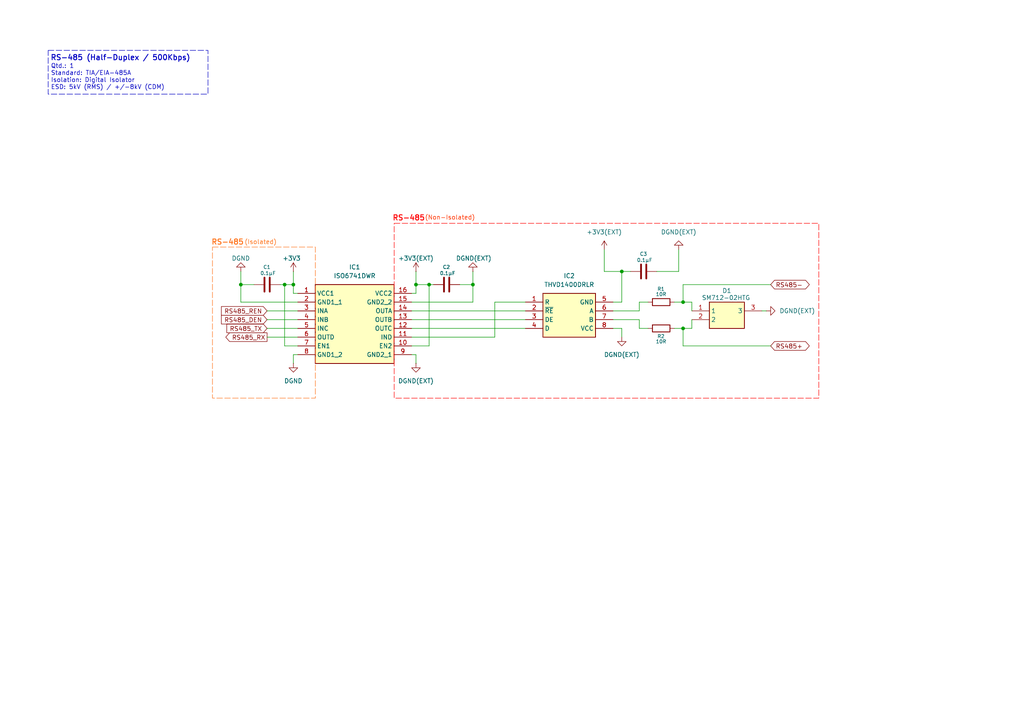
<source format=kicad_sch>
(kicad_sch (version 20231120) (generator "eeschema") (generator_version "8.0")
  (paper "A4")
  (title_block (title "ATL100 (Multiparametric Station)") (date "2024-07-01") (rev "v0.1.0-alpha") (company "AgroTechLab (Laboratório de Desenvolvimento de Tecnologias para o Agrongócio)") (comment 1 "IFSC/Lages (Instituto Federal de Santa Catarina)") (comment 2 "Confidential (access prohibited without signing a non-disclosure agreement)") (comment 3 "Author: Robson Costa (robson.costa@ifsc.edu.br)") (comment 4 "Total Current Supply: 13.9mA (12.1mA + 1.8mA) "))
  (lib_symbols
    (symbol "AgroTechLab:ISO6741DWR"
      (property "Reference" "IC" (at 10.668 7.366 0))
      (property "Value" "ISO6741DWR" (at 10.668 4.826 0))
      (symbol "ISO6741DWR_1_1"
        (rectangle (start 5.08 2.54) (end 27.94 -20.32) (stroke (width 0.254)) (fill (type background)))
        (pin passive line (at 0 0 0) (length 5.08) (name "VCC1") (number "1"))
        (pin passive line (at 33.02 -15.24 180) (length 5.08) (name "EN2") (number "10"))
        (pin passive line (at 33.02 -12.7 180) (length 5.08) (name "IND") (number "11"))
        (pin passive line (at 33.02 -10.16 180) (length 5.08) (name "OUTC") (number "12"))
        (pin passive line (at 33.02 -7.62 180) (length 5.08) (name "OUTB") (number "13"))
        (pin passive line (at 33.02 -5.08 180) (length 5.08) (name "OUTA") (number "14"))
        (pin passive line (at 33.02 -2.54 180) (length 5.08) (name "GND2_2") (number "15"))
        (pin passive line (at 33.02 0 180) (length 5.08) (name "VCC2") (number "16"))
        (pin passive line (at 0 -2.54 0) (length 5.08) (name "GND1_1") (number "2"))
        (pin passive line (at 0 -5.08 0) (length 5.08) (name "INA") (number "3"))
        (pin passive line (at 0 -7.62 0) (length 5.08) (name "INB") (number "4"))
        (pin passive line (at 0 -10.16 0) (length 5.08) (name "INC") (number "5"))
        (pin passive line (at 0 -12.7 0) (length 5.08) (name "OUTD") (number "6"))
        (pin passive line (at 0 -15.24 0) (length 5.08) (name "EN1") (number "7"))
        (pin passive line (at 0 -17.78 0) (length 5.08) (name "GND1_2") (number "8"))
        (pin passive line (at 33.02 -17.78 180) (length 5.08) (name "GND2_1") (number "9"))
      )
    )
    (symbol "AgroTechLab:SM712-02HTG"
      (property "Reference" "D" (at 3.048 7.874 0))
      (property "Value" "SM712-02HTG" (at 3.048 5.334 0))
      (symbol "SM712-02HTG_1_1"
        (rectangle (start 5.08 2.54) (end 15.24 -5.08) (stroke (width 0.254)) (fill (type background)))
        (pin passive line (at 0 0 0) (length 5.08) (name "1") (number "1"))
        (pin passive line (at 0 -2.54 0) (length 5.08) (name "2") (number "2"))
        (pin passive line (at 20.32 0 180) (length 5.08) (name "3") (number "3"))
      )
    )
    (symbol "AgroTechLab:THVD1400DRLR"
      (property "Reference" "IC" (at 21.59 7.62 0))
      (property "Value" "THVD1400DRLR" (at 21.59 5.08 0))
      (symbol "THVD1400DRLR_1_1"
        (rectangle (start 5.08 2.54) (end 20.32 -10.16) (stroke (width 0.254)) (fill (type background)))
        (pin passive line (at 0 0 0) (length 5.08) (name "R") (number "1"))
        (pin passive line (at 0 -2.54 0) (length 5.08) (name "~{RE}") (number "2"))
        (pin passive line (at 0 -5.08 0) (length 5.08) (name "DE") (number "3"))
        (pin passive line (at 0 -7.62 0) (length 5.08) (name "D") (number "4"))
        (pin passive line (at 25.4 0 180) (length 5.08) (name "GND") (number "5"))
        (pin passive line (at 25.4 -2.54 180) (length 5.08) (name "A") (number "6"))
        (pin passive line (at 25.4 -5.08 180) (length 5.08) (name "B") (number "7"))
        (pin passive line (at 25.4 -7.62 180) (length 5.08) (name "VCC") (number "8"))
      )
    )
    (symbol "Device:C" (pin_numbers hide) (pin_names (offset 0.254))
      (property "Reference" "C" (at 0.635 2.54 0))
      (property "Value" "C" (at 0.635 -2.54 0))
      (symbol "C_0_1"
        (polyline (pts (xy -2.032 -0.762) (xy 2.032 -0.762)) (stroke (width 0.508)))
        (polyline (pts (xy -2.032 0.762) (xy 2.032 0.762)) (stroke (width 0.508)))
      )
      (symbol "C_1_1"
        (pin passive line (at 0 3.81 270) (length 2.794) (name "~") (number "1"))
        (pin passive line (at 0 -3.81 90) (length 2.794) (name "~") (number "2"))
      )
    )
    (symbol "Device:R" (pin_numbers hide) (pin_names (offset 0))
      (property "Reference" "R" (at 2.032 0 90))
      (property "Value" "R" (at 0 0 90))
      (symbol "R_0_1"
        (rectangle (start -1.016 -2.54) (end 1.016 2.54) (stroke (width 0.254)))
      )
      (symbol "R_1_1"
        (pin passive line (at 0 3.81 270) (length 1.27) (name "~") (number "1"))
        (pin passive line (at 0 -3.81 90) (length 1.27) (name "~") (number "2"))
      )
    )
    (symbol "power:+3V3" (power) (pin_numbers hide) (pin_names (offset 0) hide)
      (property "Value" "+3V3" (at 0 3.556 0))
      (symbol "+3V3_0_1"
        (polyline (pts (xy -0.762 1.27) (xy 0 2.54)))
        (polyline (pts (xy 0 0) (xy 0 2.54)))
        (polyline (pts (xy 0 2.54) (xy 0.762 1.27)))
      )
      (symbol "+3V3_1_1"
        (pin power_in line (at 0 0 90) (length 0) (name "~") (number "1"))
      )
    )
    (symbol "power:GND" (power) (pin_numbers hide) (pin_names (offset 0) hide)
      (property "Value" "GND" (at 0 -3.81 0))
      (symbol "GND_0_1"
        (polyline (pts (xy 0 0) (xy 0 -1.27) (xy 1.27 -1.27) (xy 0 -2.54) (xy -1.27 -1.27) (xy 0 -1.27)))
      )
      (symbol "GND_1_1"
        (pin power_in line (at 0 0 270) (length 0) (name "~") (number "1"))
      )
    )
  )
  (junction (at 69.85 82.55))
  (junction (at 82.55 82.55))
  (junction (at 85.09 82.55))
  (junction (at 180.34 78.74))
  (junction (at 198.12 95.25))
  (junction (at 120.65 82.55))
  (junction (at 124.46 82.55))
  (junction (at 137.16 82.55))
  (junction (at 198.12 87.63))
  (wire (pts (xy 133.35 82.55) (xy 137.16 82.55)))
  (wire (pts (xy 137.16 87.63) (xy 137.16 82.55)))
  (wire (pts (xy 119.38 87.63) (xy 137.16 87.63)))
  (wire (pts (xy 177.8 95.25) (xy 180.34 95.25)))
  (wire (pts (xy 77.47 92.71) (xy 86.36 92.71)))
  (wire (pts (xy 220.98 90.17) (xy 222.25 90.17)))
  (wire (pts (xy 69.85 82.55) (xy 73.66 82.55)))
  (wire (pts (xy 180.34 78.74) (xy 180.34 87.63)))
  (wire (pts (xy 180.34 95.25) (xy 180.34 97.79)))
  (wire (pts (xy 119.38 100.33) (xy 124.46 100.33)))
  (wire (pts (xy 124.46 82.55) (xy 125.73 82.55)))
  (wire (pts (xy 198.12 82.55) (xy 223.52 82.55)))
  (wire (pts (xy 86.36 102.87) (xy 85.09 102.87)))
  (wire (pts (xy 196.85 78.74) (xy 190.5 78.74)))
  (wire (pts (xy 119.38 85.09) (xy 120.65 85.09)))
  (wire (pts (xy 120.65 102.87) (xy 120.65 105.41)))
  (wire (pts (xy 177.8 90.17) (xy 185.42 90.17)))
  (wire (pts (xy 85.09 85.09) (xy 85.09 82.55)))
  (wire (pts (xy 198.12 95.25) (xy 200.66 95.25)))
  (wire (pts (xy 86.36 87.63) (xy 69.85 87.63)))
  (wire (pts (xy 198.12 95.25) (xy 195.58 95.25)))
  (wire (pts (xy 119.38 97.79) (xy 143.51 97.79)))
  (wire (pts (xy 77.47 90.17) (xy 86.36 90.17)))
  (wire (pts (xy 119.38 95.25) (xy 152.4 95.25)))
  (wire (pts (xy 119.38 102.87) (xy 120.65 102.87)))
  (wire (pts (xy 120.65 82.55) (xy 124.46 82.55)))
  (wire (pts (xy 86.36 100.33) (xy 82.55 100.33)))
  (wire (pts (xy 175.26 72.39) (xy 175.26 78.74)))
  (wire (pts (xy 143.51 87.63) (xy 152.4 87.63)))
  (wire (pts (xy 198.12 100.33) (xy 198.12 95.25)))
  (wire (pts (xy 177.8 92.71) (xy 185.42 92.71)))
  (wire (pts (xy 198.12 82.55) (xy 198.12 87.63)))
  (wire (pts (xy 69.85 87.63) (xy 69.85 82.55)))
  (wire (pts (xy 200.66 87.63) (xy 200.66 90.17)))
  (wire (pts (xy 120.65 82.55) (xy 120.65 78.74)))
  (wire (pts (xy 82.55 82.55) (xy 85.09 82.55)))
  (wire (pts (xy 175.26 78.74) (xy 180.34 78.74)))
  (wire (pts (xy 185.42 95.25) (xy 187.96 95.25)))
  (wire (pts (xy 198.12 100.33) (xy 223.52 100.33)))
  (wire (pts (xy 196.85 72.39) (xy 196.85 78.74)))
  (wire (pts (xy 137.16 82.55) (xy 137.16 78.74)))
  (wire (pts (xy 185.42 92.71) (xy 185.42 95.25)))
  (wire (pts (xy 119.38 90.17) (xy 152.4 90.17)))
  (wire (pts (xy 143.51 87.63) (xy 143.51 97.79)))
  (wire (pts (xy 77.47 95.25) (xy 86.36 95.25)))
  (wire (pts (xy 119.38 92.71) (xy 152.4 92.71)))
  (wire (pts (xy 180.34 87.63) (xy 177.8 87.63)))
  (wire (pts (xy 77.47 97.79) (xy 86.36 97.79)))
  (wire (pts (xy 198.12 87.63) (xy 200.66 87.63)))
  (wire (pts (xy 82.55 82.55) (xy 81.28 82.55)))
  (wire (pts (xy 185.42 87.63) (xy 187.96 87.63)))
  (wire (pts (xy 198.12 87.63) (xy 195.58 87.63)))
  (wire (pts (xy 120.65 85.09) (xy 120.65 82.55)))
  (wire (pts (xy 124.46 82.55) (xy 124.46 100.33)))
  (wire (pts (xy 180.34 78.74) (xy 182.88 78.74)))
  (wire (pts (xy 82.55 100.33) (xy 82.55 82.55)))
  (wire (pts (xy 85.09 85.09) (xy 86.36 85.09)))
  (wire (pts (xy 69.85 82.55) (xy 69.85 78.74)))
  (wire (pts (xy 85.09 102.87) (xy 85.09 105.41)))
  (wire (pts (xy 200.66 92.71) (xy 200.66 95.25)))
  (wire (pts (xy 85.09 82.55) (xy 85.09 78.74)))
  (wire (pts (xy 185.42 90.17) (xy 185.42 87.63)))
  (rectangle (start 61.6223 71.6549) (end 91.4673 115.4699) (stroke (width 0) (type dash) (color 255 114 26 1)))
  (rectangle (start 114.3276 64.77) (end 237.49 115.4812) (stroke (width 0) (type dash) (color 255 8 8 1)))
  (text_box "" (at 13.97 14.605 0) (size 46.355 12.7) (stroke (width 0) (type dash)) (effects (font (size 1.27 1.27)) (justify left top)))
  (text "(Non-Isolated)" (at 123.19 64.008 0) (effects (font (size 1.27 1.27)) (justify left bottom)))
  (text "(Isolated)" (at 70.866 71.12 0) (effects (font (size 1.27 1.27)) (justify left bottom)))
  (text "RS-485" (at 113.792 64.262 0) (effects (font (size 1.524 1.524) (thickness 0.254) (bold yes)) (justify left bottom)))
  (text "Qtd.: 1\nStandard: TIA/EIA-485A\nIsolation: Digital Isolator\nESD: 5kV (RMS) / +/-8kV (CDM)" (at 14.732 26.162 0) (effects (font (size 1.27 1.27)) (justify left bottom)))
  (text "RS-485 (Half-Duplex / 500Kbps)" (at 14.605 17.78 0) (effects (font (size 1.524 1.524) (thickness 0.254) (bold yes)) (justify left bottom)))
  (text "RS-485" (at 61.2413 71.2739 0) (effects (font (size 1.524 1.524) (thickness 0.254) (bold yes)) (justify left bottom)))
  (global_label "RS485_RX" (shape output) (at 77.47 97.79 180) (property "Intersheetrefs" "${INTERSHEET_REFS}" (effects (hide yes))))
  (global_label "RS485+" (shape bidirectional) (at 223.52 100.33 0) (property "Intersheetrefs" "${INTERSHEET_REFS}" (effects (hide yes))))
  (global_label "RS485_TX" (shape input) (at 77.47 95.25 180) (property "Intersheetrefs" "${INTERSHEET_REFS}" (effects (hide yes))))
  (global_label "RS485_REN" (shape input) (at 77.47 90.17 180) (property "Intersheetrefs" "${INTERSHEET_REFS}" (effects (hide yes))))
  (global_label "RS485_DEN" (shape input) (at 77.47 92.71 180) (property "Intersheetrefs" "${INTERSHEET_REFS}" (effects (hide yes))))
  (global_label "RS485-" (shape bidirectional) (at 223.52 82.55 0) (property "Intersheetrefs" "${INTERSHEET_REFS}" (effects (hide yes))))
  (symbol (lib_id "power:+3V3") (at 85.09 78.74 0) (unit 1)
    (property "Reference" "#PWR02" (effects (hide yes)))
    (property "Value" "+3V3" (at 84.582 74.93 0))
    (property "Description" "Power symbol creates a global label with name \"+3V3\"" (effects (hide yes)))
  )
  (symbol (lib_id "Device:R") (at 191.77 87.63 90) (unit 1)
    (property "Reference" "R1" (at 192.786 83.82 90) (effects (font (size 1.016 1.016)) (justify left)))
    (property "Value" "10R" (at 193.294 85.344 90) (effects (font (size 1.016 1.016)) (justify left)))
    (property "Footprint" "Resistor_SMD:R_0603_1608Metric" (effects (hide yes)))
    (property "Description" "Resistor, Thin Film, SMD, 10 Ω, 1/10W, ±1%, 0603" (effects (hide yes)))
    (property "Manufacturer" "Vishay / Beyschlag" (effects (hide yes)))
    (property "Part Number" "MCT06030C5620FP500" (effects (hide yes)))
  )
  (symbol (lib_id "AgroTechLab:SM712-02HTG") (at 200.66 90.17 0) (unit 1)
    (property "Reference" "D1" (at 210.82 84.328 0))
    (property "Value" "SM712-02HTG" (at 210.566 86.36 0))
    (property "Footprint" "AgroTechLab:SM712-02HTG" (effects (hide yes)))
    (property "Datasheet" "https://www.littelfuse.com/media?resourcetype=datasheets&itemid=a4019802-ff62-41ff-bf66-295f97422f81&filename=littelfuse-tvs-diode-array-sm712-datasheet" (effects (hide yes)))
    (property "Description" "31V, 19V Clamp 19A (8/20s) Ipp Tvs Diode Surface Mount SOT-23-3" (effects (hide yes)))
    (property "Manufacturer" "LITTELFUSE" (effects (hide yes)))
    (property "Part Number" "SM712-02HTG" (effects (hide yes)))
  )
  (symbol (lib_id "power:GND") (at 85.09 105.41 0) (unit 1)
    (property "Reference" "#PWR03" (effects (hide yes)))
    (property "Value" "DGND" (at 85.09 110.49 0))
    (property "Description" "Power symbol creates a global label with name \"GND\" , ground" (effects (hide yes)))
  )
  (symbol (lib_id "power:GND") (at 137.16 78.74 180) (unit 1)
    (property "Reference" "#PWR06" (effects (hide yes)))
    (property "Value" "DGND(EXT)" (at 137.414 74.93 0))
    (property "Description" "Power symbol creates a global label with name \"GND\" , ground" (effects (hide yes)))
  )
  (symbol (lib_id "power:+3V3") (at 175.26 72.39 0) (unit 1)
    (property "Reference" "#PWR07" (effects (hide yes)))
    (property "Value" "+3V3(EXT)" (at 175.26 67.31 0))
    (property "Description" "Power symbol creates a global label with name \"+3V3\"" (effects (hide yes)))
  )
  (symbol (lib_id "Device:R") (at 191.77 95.25 90) (unit 1)
    (property "Reference" "R2" (at 192.786 97.536 90) (effects (font (size 1.016 1.016)) (justify left)))
    (property "Value" "10R" (at 193.294 99.06 90) (effects (font (size 1.016 1.016)) (justify left)))
    (property "Footprint" "Resistor_SMD:R_0603_1608Metric" (effects (hide yes)))
    (property "Description" "Resistor, Thin Film, SMD, 10 Ω, 1/10W, ±1%, 0603" (effects (hide yes)))
    (property "Manufacturer" "Vishay / Beyschlag" (effects (hide yes)))
    (property "Part Number" "MCT06030C5620FP500" (effects (hide yes)))
  )
  (symbol (lib_id "Device:C") (at 186.69 78.74 90) (unit 1)
    (property "Reference" "C3" (at 187.706 73.66 90) (effects (font (size 1.016 1.016)) (justify left)))
    (property "Value" "0.1μF" (at 189.23 75.438 90) (effects (font (size 1.016 1.016)) (justify left)))
    (property "Footprint" "Capacitor_SMD:C_0603_1608Metric" (effects (hide yes)))
    (property "Description" "Capacitor, Multilayer Ceramic, 0.1 μF, 25 V, X7R, 0603" (effects (hide yes)))
    (property "Manufacturer" "KEMET" (effects (hide yes)))
    (property "Part Number" "C0603C104J3RACTU" (effects (hide yes)))
  )
  (symbol (lib_id "power:GND") (at 222.25 90.17 90) (unit 1)
    (property "Reference" "#PWR010" (effects (hide yes)))
    (property "Value" "DGND(EXT)" (at 226.06 90.1699 90) (effects (justify right)))
    (property "Description" "Power symbol creates a global label with name \"GND\" , ground" (effects (hide yes)))
  )
  (symbol (lib_id "power:GND") (at 196.85 72.39 180) (unit 1)
    (property "Reference" "#PWR09" (effects (hide yes)))
    (property "Value" "DGND(EXT)" (at 196.85 67.31 0))
    (property "Description" "Power symbol creates a global label with name \"GND\" , ground" (effects (hide yes)))
  )
  (symbol (lib_id "power:GND") (at 69.85 78.74 180) (unit 1)
    (property "Reference" "#PWR01" (effects (hide yes)))
    (property "Value" "DGND" (at 69.85 74.93 0))
    (property "Description" "Power symbol creates a global label with name \"GND\" , ground" (effects (hide yes)))
  )
  (symbol (lib_id "AgroTechLab:ISO6741DWR") (at 86.36 85.09 0) (unit 1)
    (property "Reference" "IC1" (at 102.87 77.47 0))
    (property "Value" "ISO6741DWR" (at 102.87 80.01 0))
    (property "Footprint" "AgroTechLab:ISO6741DWR" (effects (hide yes)))
    (property "Datasheet" "https://www.ti.com/lit/ds/symlink/iso6741.pdf?ts=1612957387403&ref_url=https%253A%252F%252Fwww.mouser.co.uk%252F" (effects (hide yes)))
    (property "Description" "ISO674x General Purpose Quad Channel Digital Isolators with Robust EMC" (effects (hide yes)))
    (property "Manufacturer" "Texas Instruments" (effects (hide yes)))
    (property "Part Number" "ISO6741DWR" (effects (hide yes)))
  )
  (symbol (lib_id "power:+3V3") (at 120.65 78.74 0) (unit 1)
    (property "Reference" "#PWR04" (effects (hide yes)))
    (property "Value" "+3V3(EXT)" (at 120.65 74.93 0))
    (property "Description" "Power symbol creates a global label with name \"+3V3\"" (effects (hide yes)))
  )
  (symbol (lib_id "Device:C") (at 77.47 82.55 90) (unit 1)
    (property "Reference" "C1" (at 78.486 77.47 90) (effects (font (size 1.016 1.016)) (justify left)))
    (property "Value" "0.1μF" (at 80.01 79.248 90) (effects (font (size 1.016 1.016)) (justify left)))
    (property "Footprint" "Capacitor_SMD:C_0603_1608Metric" (effects (hide yes)))
    (property "Description" "Capacitor, Multilayer Ceramic, 0.1 μF, 25 V, X7R, 0603" (effects (hide yes)))
    (property "Manufacturer" "KEMET" (effects (hide yes)))
    (property "Part Number" "C0603C104J3RACTU" (effects (hide yes)))
  )
  (symbol (lib_id "power:GND") (at 180.34 97.79 0) (unit 1)
    (property "Reference" "#PWR08" (effects (hide yes)))
    (property "Value" "DGND(EXT)" (at 180.34 102.87 0))
    (property "Description" "Power symbol creates a global label with name \"GND\" , ground" (effects (hide yes)))
  )
  (symbol (lib_id "power:GND") (at 120.65 105.41 0) (unit 1)
    (property "Reference" "#PWR05" (effects (hide yes)))
    (property "Value" "DGND(EXT)" (at 120.65 110.49 0))
    (property "Description" "Power symbol creates a global label with name \"GND\" , ground" (effects (hide yes)))
  )
  (symbol (lib_id "Device:C") (at 129.54 82.55 90) (unit 1)
    (property "Reference" "C2" (at 130.556 77.47 90) (effects (font (size 1.016 1.016)) (justify left)))
    (property "Value" "0.1μF" (at 132.08 79.248 90) (effects (font (size 1.016 1.016)) (justify left)))
    (property "Footprint" "Capacitor_SMD:C_0603_1608Metric" (effects (hide yes)))
    (property "Description" "Capacitor, Multilayer Ceramic, 0.1 μF, 25 V, X7R, 0603" (effects (hide yes)))
    (property "Manufacturer" "KEMET" (effects (hide yes)))
    (property "Part Number" "C0603C104J3RACTU" (effects (hide yes)))
  )
  (symbol (lib_id "AgroTechLab:THVD1400DRLR") (at 152.4 87.63 0) (unit 1)
    (property "Reference" "IC2" (at 165.1 80.01 0))
    (property "Value" "THVD1400DRLR" (at 165.1 82.55 0))
    (property "Footprint" "AgroTechLab:THVD1400DRLR" (effects (hide yes)))
    (property "Datasheet" "https://www.ti.com/lit/ds/symlink/thvd1400.pdf?ts=1673076658776&ref_url=https%253A%252F%252Fwww.ti.com%252Fproduct%252FTHVD1400%252Fpart-details%252FTHVD1400DRLR%253Futm_source%253Dgoogle%2526utm_medium%253Dcpc%2526utm_campaign%253Docb-tistore-promo-asc_o" (effects (hide yes)))
    (property "Description" "RS-422/RS-485 Interface IC 3.3-V to 5-V, 500-Kbps, RS-485 transceiver in small package option with &plusmn;12-kV IEC ESD pro" (effects (hide yes)))
    (property "Manufacturer" "Texas Instruments" (effects (hide yes)))
    (property "Part Number" "THVD1400DRLR" (effects (hide yes)))
  )
)
</source>
